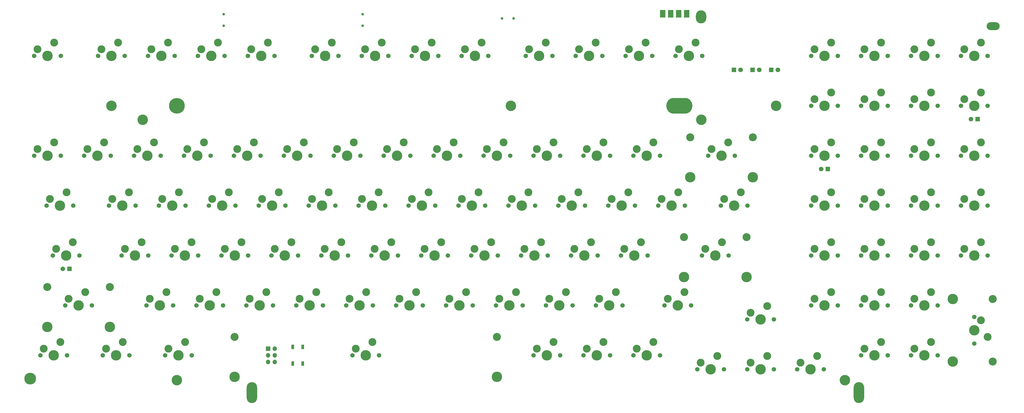
<source format=gbr>
G04 #@! TF.GenerationSoftware,KiCad,Pcbnew,(5.99.0-7511-ga134567838)*
G04 #@! TF.CreationDate,2021-01-29T23:07:12-08:00*
G04 #@! TF.ProjectId,gh80-1800,67683830-2d31-4383-9030-2e6b69636164,rev?*
G04 #@! TF.SameCoordinates,Original*
G04 #@! TF.FileFunction,Soldermask,Top*
G04 #@! TF.FilePolarity,Negative*
%FSLAX46Y46*%
G04 Gerber Fmt 4.6, Leading zero omitted, Abs format (unit mm)*
G04 Created by KiCad (PCBNEW (5.99.0-7511-ga134567838)) date 2021-01-29 23:07:12*
%MOMM*%
%LPD*%
G01*
G04 APERTURE LIST*
%ADD10R,1.000000X1.700000*%
%ADD11R,1.800000X1.800000*%
%ADD12C,1.800000*%
%ADD13O,10.000000X6.000000*%
%ADD14C,6.000000*%
%ADD15O,5.000000X3.000000*%
%ADD16C,4.000000*%
%ADD17C,4.500000*%
%ADD18O,4.000000X8.000000*%
%ADD19R,1.700000X1.700000*%
%ADD20O,1.700000X1.700000*%
%ADD21C,3.000000*%
%ADD22C,1.701800*%
%ADD23C,3.987800*%
%ADD24C,3.048000*%
%ADD25R,2.000000X3.000000*%
%ADD26R,1.778000X1.778000*%
%ADD27C,1.778000*%
%ADD28C,1.000000*%
%ADD29O,4.000000X5.000000*%
G04 APERTURE END LIST*
D10*
X106900000Y-126975000D03*
X106900000Y-120675000D03*
X103100000Y-120675000D03*
X103100000Y-126975000D03*
D11*
X271383000Y-14882800D03*
D12*
X273923000Y-14882800D03*
D11*
X278527000Y-14882800D03*
D12*
X281067000Y-14882800D03*
D11*
X285671000Y-14882800D03*
D12*
X288211000Y-14882800D03*
D13*
X250626000Y-28575000D03*
D14*
X58936000Y-28575000D03*
D15*
X370284000Y1785900D03*
D16*
X33932800Y-28575000D03*
X45839100Y-33932800D03*
X258961000Y-33932800D03*
X287536000Y-28575000D03*
D17*
X2976500Y-132754000D03*
D16*
X58936000Y-133350000D03*
D18*
X87511000Y-138112000D03*
X319087000Y-138112000D03*
D16*
X313730000Y-133350000D03*
X186333000Y-28575000D03*
D19*
X93730000Y-121285000D03*
D20*
X96270000Y-121285000D03*
X93730000Y-123825000D03*
X96270000Y-123825000D03*
X93730000Y-126365000D03*
X96270000Y-126365000D03*
D21*
X346630914Y-99695088D03*
D22*
X349170914Y-104775088D03*
X339010914Y-104775088D03*
D23*
X344090914Y-104775088D03*
D21*
X340280914Y-102235088D03*
X193040160Y-61595056D03*
D22*
X195580160Y-66675056D03*
X185420160Y-66675056D03*
D21*
X186690160Y-64135056D03*
D23*
X190500160Y-66675056D03*
D21*
X327580898Y-99695088D03*
D22*
X330120898Y-104775088D03*
D21*
X321230898Y-102235088D03*
D23*
X325040898Y-104775088D03*
D22*
X319960898Y-104775088D03*
X300910882Y-104775088D03*
D23*
X305990882Y-104775088D03*
D22*
X311070882Y-104775088D03*
D21*
X308530882Y-99695088D03*
X302180882Y-102235088D03*
X274002728Y-61595056D03*
D22*
X266382728Y-66675056D03*
D21*
X267652728Y-64135056D03*
D22*
X276542728Y-66675056D03*
D23*
X271462728Y-66675056D03*
D21*
X231140192Y-61595056D03*
D23*
X228600192Y-66675056D03*
D21*
X224790192Y-64135056D03*
D22*
X233680192Y-66675056D03*
X223520192Y-66675056D03*
D23*
X133350112Y-66675056D03*
D21*
X135890112Y-61595056D03*
D22*
X128270112Y-66675056D03*
X138430112Y-66675056D03*
D21*
X129540112Y-64135056D03*
D22*
X368220930Y-85725072D03*
X358060930Y-85725072D03*
D23*
X363140930Y-85725072D03*
D21*
X365680930Y-80645072D03*
X359330930Y-83185072D03*
X183515152Y-42545040D03*
X177165152Y-45085040D03*
D23*
X180975152Y-47625040D03*
D22*
X175895152Y-47625040D03*
X186055152Y-47625040D03*
D21*
X321230898Y-83185072D03*
X327580898Y-80645072D03*
D23*
X325040898Y-85725072D03*
D22*
X319960898Y-85725072D03*
X330120898Y-85725072D03*
X166370144Y-66675056D03*
D21*
X173990144Y-61595056D03*
D23*
X171450144Y-66675056D03*
D21*
X167640144Y-64135056D03*
D22*
X176530144Y-66675056D03*
D21*
X69215056Y-42545040D03*
X62865056Y-45085040D03*
D22*
X71755056Y-47625040D03*
D23*
X66675056Y-47625040D03*
D22*
X61595056Y-47625040D03*
X358060930Y-47625040D03*
D21*
X359330930Y-45085040D03*
X365680930Y-42545040D03*
D22*
X368220930Y-47625040D03*
D23*
X363140930Y-47625040D03*
D22*
X319960898Y-66675056D03*
D23*
X325040898Y-66675056D03*
D22*
X330120898Y-66675056D03*
D21*
X327580898Y-61595056D03*
X321230898Y-64135056D03*
D22*
X300910882Y-66675056D03*
D21*
X302180882Y-64135056D03*
D23*
X305990882Y-66675056D03*
D21*
X308530882Y-61595056D03*
D22*
X311070882Y-66675056D03*
D23*
X219075184Y-47625040D03*
D21*
X221615184Y-42545040D03*
X215265184Y-45085040D03*
D22*
X213995184Y-47625040D03*
X224155184Y-47625040D03*
D21*
X116840096Y-61595056D03*
D22*
X119380096Y-66675056D03*
D21*
X110490096Y-64135056D03*
D23*
X114300096Y-66675056D03*
D22*
X109220096Y-66675056D03*
X71120064Y-66675056D03*
D21*
X78740064Y-61595056D03*
D22*
X81280064Y-66675056D03*
D21*
X72390064Y-64135056D03*
D23*
X76200064Y-66675056D03*
D22*
X52070048Y-66675056D03*
D21*
X53340048Y-64135056D03*
D22*
X62230048Y-66675056D03*
D23*
X57150048Y-66675056D03*
D21*
X59690048Y-61595056D03*
D22*
X311070882Y-85725072D03*
X300910882Y-85725072D03*
D21*
X302180882Y-83185072D03*
X308530882Y-80645072D03*
D23*
X305990882Y-85725072D03*
D21*
X16827512Y-61595056D03*
X10477512Y-64135056D03*
D22*
X9207512Y-66675056D03*
X19367512Y-66675056D03*
D23*
X14287512Y-66675056D03*
D21*
X107315088Y-42545040D03*
D22*
X109855088Y-47625040D03*
X99695088Y-47625040D03*
D21*
X100965088Y-45085040D03*
D23*
X104775088Y-47625040D03*
D22*
X43180032Y-66675056D03*
X33020032Y-66675056D03*
D21*
X40640032Y-61595056D03*
X34290032Y-64135056D03*
D23*
X38100032Y-66675056D03*
D22*
X349170914Y-85725072D03*
D23*
X344090914Y-85725072D03*
D22*
X339010914Y-85725072D03*
D21*
X340280914Y-83185072D03*
X346630914Y-80645072D03*
D22*
X358060930Y-66675056D03*
D21*
X365680930Y-61595056D03*
D23*
X363140930Y-66675056D03*
D21*
X359330930Y-64135056D03*
D22*
X368220930Y-66675056D03*
D21*
X250190208Y-61595056D03*
D22*
X252730208Y-66675056D03*
D23*
X247650208Y-66675056D03*
D21*
X243840208Y-64135056D03*
D22*
X242570208Y-66675056D03*
X214630176Y-66675056D03*
D21*
X212090176Y-61595056D03*
D22*
X204470176Y-66675056D03*
D23*
X209550176Y-66675056D03*
D21*
X205740176Y-64135056D03*
D22*
X90170080Y-66675056D03*
D21*
X97790080Y-61595056D03*
X91440080Y-64135056D03*
D23*
X95250080Y-66675056D03*
D22*
X100330080Y-66675056D03*
D21*
X346630914Y-61595056D03*
X340280914Y-64135056D03*
D22*
X339010914Y-66675056D03*
X349170914Y-66675056D03*
D23*
X344090914Y-66675056D03*
D22*
X137795120Y-47625040D03*
X147955120Y-47625040D03*
D23*
X142875120Y-47625040D03*
D21*
X139065120Y-45085040D03*
X145415120Y-42545040D03*
X24765024Y-45085040D03*
X31115024Y-42545040D03*
D22*
X23495024Y-47625040D03*
D23*
X28575024Y-47625040D03*
D22*
X33655024Y-47625040D03*
D21*
X302180882Y-45085040D03*
X308530882Y-42545040D03*
D22*
X300910882Y-47625040D03*
X311070882Y-47625040D03*
D23*
X305990882Y-47625040D03*
D21*
X202565168Y-42545040D03*
D23*
X200025168Y-47625040D03*
D22*
X194945168Y-47625040D03*
X205105168Y-47625040D03*
D21*
X196215168Y-45085040D03*
X126365104Y-42545040D03*
D22*
X118745104Y-47625040D03*
X128905104Y-47625040D03*
D23*
X123825104Y-47625040D03*
D21*
X120015104Y-45085040D03*
D22*
X191968603Y-9525008D03*
D21*
X199588603Y-4445008D03*
D22*
X202128603Y-9525008D03*
D21*
X193238603Y-6985008D03*
D23*
X197048603Y-9525008D03*
D21*
X88265072Y-42545040D03*
D22*
X90805072Y-47625040D03*
X80645072Y-47625040D03*
D23*
X85725072Y-47625040D03*
D21*
X81915072Y-45085040D03*
D22*
X42545040Y-47625040D03*
D23*
X47625040Y-47625040D03*
D21*
X43815040Y-45085040D03*
X50165040Y-42545040D03*
D22*
X52705040Y-47625040D03*
X349170914Y-28575024D03*
D21*
X346630914Y-23495024D03*
D23*
X344090914Y-28575024D03*
D22*
X339010914Y-28575024D03*
D21*
X340280914Y-26035024D03*
D22*
X249118651Y-9525008D03*
D23*
X254198651Y-9525008D03*
D21*
X250388651Y-6985008D03*
X256738651Y-4445008D03*
D22*
X259278651Y-9525008D03*
D23*
X266700224Y-47625040D03*
D21*
X269240224Y-42545040D03*
D24*
X278632324Y-40645040D03*
D21*
X262890224Y-45085040D03*
D22*
X271780224Y-47625040D03*
D23*
X254756324Y-55885040D03*
D22*
X261620224Y-47625040D03*
D24*
X254756324Y-40645040D03*
D23*
X278632324Y-55885040D03*
D22*
X300910882Y-28575024D03*
D21*
X302180882Y-26035024D03*
D22*
X311070882Y-28575024D03*
D23*
X305990882Y-28575024D03*
D21*
X308530882Y-23495024D03*
X237688635Y-4445008D03*
X231338635Y-6985008D03*
D22*
X240228635Y-9525008D03*
X230068635Y-9525008D03*
D23*
X235148635Y-9525008D03*
D21*
X365680930Y-4445008D03*
D23*
X363140930Y-9525008D03*
D21*
X359330930Y-6985008D03*
D22*
X368220930Y-9525008D03*
X358060930Y-9525008D03*
D23*
X115490722Y-9525008D03*
D22*
X110410722Y-9525008D03*
D21*
X111680722Y-6985008D03*
X118030722Y-4445008D03*
D22*
X120570722Y-9525008D03*
D21*
X218638619Y-4445008D03*
X212288619Y-6985008D03*
D23*
X216098619Y-9525008D03*
D22*
X211018619Y-9525008D03*
X221178619Y-9525008D03*
D21*
X93622889Y-4445008D03*
D22*
X96162889Y-9525008D03*
D23*
X91082889Y-9525008D03*
D22*
X86002889Y-9525008D03*
D21*
X87272889Y-6985008D03*
X175180770Y-4445008D03*
D22*
X167560770Y-9525008D03*
X177720770Y-9525008D03*
D23*
X172640770Y-9525008D03*
D21*
X168830770Y-6985008D03*
D23*
X134540738Y-9525008D03*
D21*
X137080738Y-4445008D03*
D22*
X129460738Y-9525008D03*
D21*
X130730738Y-6985008D03*
D22*
X139620738Y-9525008D03*
X330120898Y-9525008D03*
D23*
X325040898Y-9525008D03*
D22*
X319960898Y-9525008D03*
D21*
X321230898Y-6985008D03*
X327580898Y-4445008D03*
X346630914Y-4445008D03*
D23*
X344090914Y-9525008D03*
D22*
X339010914Y-9525008D03*
D21*
X340280914Y-6985008D03*
D22*
X349170914Y-9525008D03*
X300910882Y-9525008D03*
D23*
X305990882Y-9525008D03*
D21*
X308530882Y-4445008D03*
X302180882Y-6985008D03*
D22*
X311070882Y-9525008D03*
D21*
X5715008Y-45085040D03*
X12065008Y-42545040D03*
D22*
X14605008Y-47625040D03*
X4445008Y-47625040D03*
D23*
X9525008Y-47625040D03*
D22*
X349170914Y-47625040D03*
D23*
X344090914Y-47625040D03*
D21*
X346630914Y-42545040D03*
D22*
X339010914Y-47625040D03*
D21*
X340280914Y-45085040D03*
X327580898Y-23495024D03*
X321230898Y-26035024D03*
D22*
X330120898Y-28575024D03*
X319960898Y-28575024D03*
D23*
X325040898Y-28575024D03*
D22*
X47902857Y-9525008D03*
D21*
X49172857Y-6985008D03*
X55522857Y-4445008D03*
D23*
X52982857Y-9525008D03*
D22*
X58062857Y-9525008D03*
D23*
X281583049Y-129182921D03*
D21*
X284123049Y-124102921D03*
D22*
X276503049Y-129182921D03*
X286663049Y-129182921D03*
D21*
X277773049Y-126642921D03*
D22*
X276503049Y-110132905D03*
D23*
X281583049Y-110132905D03*
D21*
X277773049Y-107592905D03*
X284123049Y-105052905D03*
D22*
X286663049Y-110132905D03*
X114617592Y-104775088D03*
D21*
X112077592Y-99695088D03*
D23*
X109537592Y-104775088D03*
D22*
X104457592Y-104775088D03*
D21*
X105727592Y-102235088D03*
D23*
X204778314Y-104771557D03*
D22*
X209858314Y-104771557D03*
X199698314Y-104771557D03*
D21*
X200968314Y-102231557D03*
X207318314Y-99691557D03*
D22*
X57467544Y-104775088D03*
D21*
X48577544Y-102235088D03*
D22*
X47307544Y-104775088D03*
D21*
X54927544Y-99695088D03*
D23*
X52387544Y-104775088D03*
D22*
X152082632Y-85725072D03*
D21*
X153352632Y-83185072D03*
X159702632Y-80645072D03*
D23*
X157162632Y-85725072D03*
D22*
X162242632Y-85725072D03*
D21*
X77152568Y-83185072D03*
D22*
X86042568Y-85725072D03*
D23*
X80962568Y-85725072D03*
D21*
X83502568Y-80645072D03*
D22*
X75882568Y-85725072D03*
D23*
X344090914Y-123825104D03*
D22*
X339010914Y-123825104D03*
X349170914Y-123825104D03*
D21*
X346630914Y-118745104D03*
X340280914Y-121285104D03*
X368220930Y-116840096D03*
D23*
X354880930Y-126232196D03*
X354880930Y-102356196D03*
X363140930Y-114300096D03*
D22*
X363140930Y-109220096D03*
D24*
X370120930Y-102356196D03*
D21*
X365680930Y-110490096D03*
D24*
X370120930Y-126232196D03*
D22*
X363140930Y-119380096D03*
D21*
X64452552Y-80645072D03*
X58102552Y-83185072D03*
D22*
X66992552Y-85725072D03*
D23*
X61912552Y-85725072D03*
D22*
X56832552Y-85725072D03*
X161607640Y-104775088D03*
D23*
X166687640Y-104775088D03*
D21*
X162877640Y-102235088D03*
X169227640Y-99695088D03*
D22*
X171767640Y-104775088D03*
X37782536Y-85725072D03*
D21*
X39052536Y-83185072D03*
D23*
X42862536Y-85725072D03*
D22*
X47942536Y-85725072D03*
D21*
X45402536Y-80645072D03*
D22*
X133667608Y-104775088D03*
D23*
X128587608Y-104775088D03*
D21*
X124777608Y-102235088D03*
D22*
X123507608Y-104775088D03*
D21*
X131127608Y-99695088D03*
D22*
X95567576Y-104775088D03*
X85407576Y-104775088D03*
D21*
X86677576Y-102235088D03*
X93027576Y-99695088D03*
D23*
X90487576Y-104775088D03*
D22*
X238442696Y-85725072D03*
X228282696Y-85725072D03*
D21*
X235902696Y-80645072D03*
D23*
X233362696Y-85725072D03*
D21*
X229552696Y-83185072D03*
X191452664Y-83185072D03*
X197802664Y-80645072D03*
D23*
X195262664Y-85725072D03*
D22*
X190182664Y-85725072D03*
X200342664Y-85725072D03*
D21*
X327580898Y-118745104D03*
D22*
X319960898Y-123825104D03*
X330120898Y-123825104D03*
D21*
X321230898Y-121285104D03*
D23*
X325040898Y-123825104D03*
D22*
X219392680Y-85725072D03*
D21*
X210502680Y-83185072D03*
X216852680Y-80645072D03*
D23*
X214312680Y-85725072D03*
D22*
X209232680Y-85725072D03*
X171132648Y-85725072D03*
D21*
X178752648Y-80645072D03*
X172402648Y-83185072D03*
D22*
X181292648Y-85725072D03*
D23*
X176212648Y-85725072D03*
X276251072Y-93985072D03*
D24*
X252375072Y-78745072D03*
D21*
X266858972Y-80645072D03*
D24*
X276251072Y-78745072D03*
D23*
X252375072Y-93985072D03*
D21*
X260508972Y-83185072D03*
D22*
X269398972Y-85725072D03*
D23*
X264318972Y-85725072D03*
D22*
X259238972Y-85725072D03*
X94932584Y-85725072D03*
D21*
X96202584Y-83185072D03*
X102552584Y-80645072D03*
D23*
X100012584Y-85725072D03*
D22*
X105092584Y-85725072D03*
D21*
X55688314Y-121281557D03*
D22*
X54418314Y-123821557D03*
D23*
X59498314Y-123821557D03*
D21*
X62038314Y-118741557D03*
D22*
X64578314Y-123821557D03*
X255111460Y-104775088D03*
D21*
X246221460Y-102235088D03*
D23*
X250031460Y-104775088D03*
D21*
X252571460Y-99695088D03*
D22*
X244951460Y-104775088D03*
D23*
X262533033Y-129182921D03*
D22*
X267613033Y-129182921D03*
X257453033Y-129182921D03*
D21*
X258723033Y-126642921D03*
X265073033Y-124102921D03*
D23*
X223837688Y-104775088D03*
D21*
X226377688Y-99695088D03*
D22*
X218757688Y-104775088D03*
X228917688Y-104775088D03*
D21*
X220027688Y-102235088D03*
X14418314Y-118741557D03*
D22*
X6798314Y-123821557D03*
D23*
X11878314Y-123821557D03*
D22*
X16958314Y-123821557D03*
D21*
X8068314Y-121281557D03*
X143827624Y-102235088D03*
X150177624Y-99695088D03*
D22*
X152717624Y-104775088D03*
D23*
X147637624Y-104775088D03*
D22*
X142557624Y-104775088D03*
D23*
X21431268Y-104775088D03*
D24*
X9487368Y-97795088D03*
D21*
X23971268Y-99695088D03*
D23*
X9487368Y-113035088D03*
D22*
X26511268Y-104775088D03*
D23*
X33363368Y-113035088D03*
D21*
X17621268Y-102235088D03*
D24*
X33363368Y-97795088D03*
D22*
X16351268Y-104775088D03*
X295553065Y-129182921D03*
D21*
X296823065Y-126642921D03*
X303173065Y-124102921D03*
D22*
X305713065Y-129182921D03*
D23*
X300633065Y-129182921D03*
D22*
X30598314Y-123821557D03*
D21*
X38218314Y-118741557D03*
X31868314Y-121281557D03*
D23*
X35678314Y-123821557D03*
D22*
X40758314Y-123821557D03*
X76517560Y-104775088D03*
X66357560Y-104775088D03*
D23*
X71437560Y-104775088D03*
D21*
X67627560Y-102235088D03*
X73977560Y-99695088D03*
X133468314Y-118741557D03*
D22*
X125848314Y-123821557D03*
D24*
X180958314Y-116841557D03*
D23*
X80898314Y-132081557D03*
X130928314Y-123821557D03*
D21*
X127118314Y-121281557D03*
D24*
X80898314Y-116841557D03*
D23*
X180958314Y-132081557D03*
D22*
X136008314Y-123821557D03*
D21*
X196218314Y-121285104D03*
X202568314Y-118745104D03*
D22*
X194948314Y-123825104D03*
X205108314Y-123825104D03*
D23*
X200028314Y-123825104D03*
D21*
X221615184Y-118745104D03*
D22*
X213995184Y-123825104D03*
D23*
X219075184Y-123825104D03*
D22*
X224155184Y-123825104D03*
D21*
X215265184Y-121285104D03*
D22*
X143192616Y-85725072D03*
D21*
X140652616Y-80645072D03*
D23*
X138112616Y-85725072D03*
D22*
X133032616Y-85725072D03*
D21*
X134302616Y-83185072D03*
D22*
X113982600Y-85725072D03*
X124142600Y-85725072D03*
D21*
X121602600Y-80645072D03*
X115252600Y-83185072D03*
D23*
X119062600Y-85725072D03*
D22*
X4445008Y-9525008D03*
D23*
X9525008Y-9525008D03*
D21*
X12065008Y-4445008D03*
D22*
X14605008Y-9525008D03*
D21*
X5715008Y-6985008D03*
D22*
X39012841Y-9525008D03*
X28852841Y-9525008D03*
D21*
X30122841Y-6985008D03*
D23*
X33932841Y-9525008D03*
D21*
X36472841Y-4445008D03*
D22*
X77112873Y-9525008D03*
X66952873Y-9525008D03*
D23*
X72032873Y-9525008D03*
D21*
X68222873Y-6985008D03*
X74572873Y-4445008D03*
X149780754Y-6985008D03*
X156130754Y-4445008D03*
D22*
X148510754Y-9525008D03*
X158670754Y-9525008D03*
D23*
X153590754Y-9525008D03*
D22*
X330120898Y-47625040D03*
D21*
X327580898Y-42545040D03*
X321230898Y-45085040D03*
D22*
X319960898Y-47625040D03*
D23*
X325040898Y-47625040D03*
D21*
X164465136Y-42545040D03*
D22*
X167005136Y-47625040D03*
D21*
X158115136Y-45085040D03*
D23*
X161925136Y-47625040D03*
D22*
X156845136Y-47625040D03*
X233045200Y-47625040D03*
X243205200Y-47625040D03*
D23*
X238125200Y-47625040D03*
D21*
X240665200Y-42545040D03*
X234315200Y-45085040D03*
D22*
X147320128Y-66675056D03*
D21*
X154940128Y-61595056D03*
D23*
X152400128Y-66675056D03*
D22*
X157480128Y-66675056D03*
D21*
X148590128Y-64135056D03*
X188277656Y-99695088D03*
D23*
X185737656Y-104775088D03*
D22*
X180657656Y-104775088D03*
X190817656Y-104775088D03*
D21*
X181927656Y-102235088D03*
D22*
X243205200Y-123825104D03*
D23*
X238125200Y-123825104D03*
D22*
X233045200Y-123825104D03*
D21*
X234315200Y-121285104D03*
X240665200Y-118745104D03*
D25*
X253350314Y6548443D03*
X250302314Y6548443D03*
X247254314Y6548443D03*
X244206314Y6548443D03*
D26*
X307260882Y-52705040D03*
D27*
X304720882Y-52705040D03*
D26*
X364410930Y-33655024D03*
D27*
X361870930Y-33655024D03*
D26*
X17938764Y-90805072D03*
D27*
X15398764Y-90805072D03*
D21*
X19208764Y-80645072D03*
X12858764Y-83185072D03*
D23*
X16668764Y-85725072D03*
D22*
X11588764Y-85725072D03*
X21748764Y-85725072D03*
X368220930Y-28575024D03*
D21*
X359330930Y-26035024D03*
X365680930Y-23495024D03*
D23*
X363140930Y-28575024D03*
D22*
X358060930Y-28575024D03*
D28*
X187342000Y4762500D03*
X182942000Y4762500D03*
X129778000Y1967200D03*
X129778000Y6367200D03*
X76795300Y1967200D03*
X76795300Y6367200D03*
D29*
X258898635Y5357817D03*
M02*

</source>
